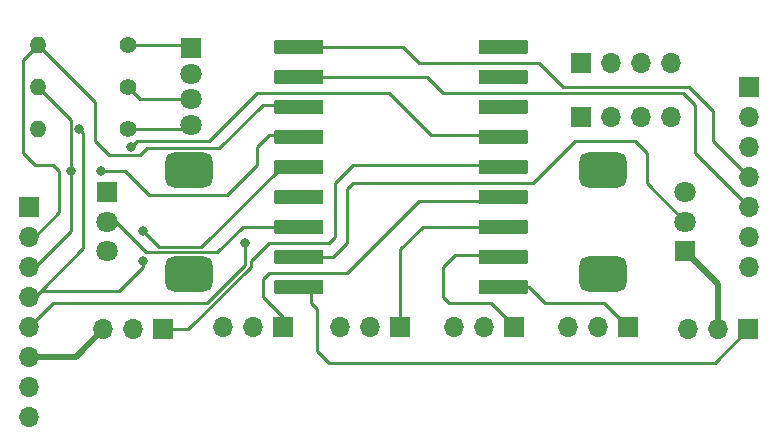
<source format=gtl>
G04 #@! TF.GenerationSoftware,KiCad,Pcbnew,7.0.5-0*
G04 #@! TF.CreationDate,2024-06-20T00:37:07-04:00*
G04 #@! TF.ProjectId,ESP32_MIDI,45535033-325f-44d4-9944-492e6b696361,rev?*
G04 #@! TF.SameCoordinates,Original*
G04 #@! TF.FileFunction,Copper,L1,Top*
G04 #@! TF.FilePolarity,Positive*
%FSLAX46Y46*%
G04 Gerber Fmt 4.6, Leading zero omitted, Abs format (unit mm)*
G04 Created by KiCad (PCBNEW 7.0.5-0) date 2024-06-20 00:37:07*
%MOMM*%
%LPD*%
G01*
G04 APERTURE LIST*
G04 Aperture macros list*
%AMRoundRect*
0 Rectangle with rounded corners*
0 $1 Rounding radius*
0 $2 $3 $4 $5 $6 $7 $8 $9 X,Y pos of 4 corners*
0 Add a 4 corners polygon primitive as box body*
4,1,4,$2,$3,$4,$5,$6,$7,$8,$9,$2,$3,0*
0 Add four circle primitives for the rounded corners*
1,1,$1+$1,$2,$3*
1,1,$1+$1,$4,$5*
1,1,$1+$1,$6,$7*
1,1,$1+$1,$8,$9*
0 Add four rect primitives between the rounded corners*
20,1,$1+$1,$2,$3,$4,$5,0*
20,1,$1+$1,$4,$5,$6,$7,0*
20,1,$1+$1,$6,$7,$8,$9,0*
20,1,$1+$1,$8,$9,$2,$3,0*%
%AMFreePoly0*
4,1,25,0.515063,3.095106,0.530902,3.095106,0.543715,3.085796,0.558779,3.080902,0.568088,3.068088,0.580902,3.058779,0.585796,3.043715,0.595106,3.030902,0.595106,3.015062,0.600000,3.000000,0.600000,-1.000000,-0.600000,-1.000000,-0.600000,3.000000,-0.595106,3.015062,-0.595106,3.030902,-0.585796,3.043715,-0.580902,3.058779,-0.568088,3.068088,-0.558779,3.080902,-0.543715,3.085796,
-0.530902,3.095106,-0.515063,3.095106,-0.500000,3.100000,0.500000,3.100000,0.515063,3.095106,0.515063,3.095106,$1*%
G04 Aperture macros list end*
G04 #@! TA.AperFunction,ComponentPad*
%ADD10R,1.700000X1.700000*%
G04 #@! TD*
G04 #@! TA.AperFunction,ComponentPad*
%ADD11O,1.700000X1.700000*%
G04 #@! TD*
G04 #@! TA.AperFunction,ComponentPad*
%ADD12C,1.400000*%
G04 #@! TD*
G04 #@! TA.AperFunction,ComponentPad*
%ADD13O,1.400000X1.400000*%
G04 #@! TD*
G04 #@! TA.AperFunction,ComponentPad*
%ADD14R,1.800000X1.800000*%
G04 #@! TD*
G04 #@! TA.AperFunction,ComponentPad*
%ADD15C,1.800000*%
G04 #@! TD*
G04 #@! TA.AperFunction,ComponentPad*
%ADD16FreePoly0,270.000000*%
G04 #@! TD*
G04 #@! TA.AperFunction,ComponentPad*
%ADD17FreePoly0,90.000000*%
G04 #@! TD*
G04 #@! TA.AperFunction,ComponentPad*
%ADD18RoundRect,0.750000X1.250000X0.750000X-1.250000X0.750000X-1.250000X-0.750000X1.250000X-0.750000X0*%
G04 #@! TD*
G04 #@! TA.AperFunction,ComponentPad*
%ADD19RoundRect,0.750000X-1.250000X-0.750000X1.250000X-0.750000X1.250000X0.750000X-1.250000X0.750000X0*%
G04 #@! TD*
G04 #@! TA.AperFunction,ViaPad*
%ADD20C,0.800000*%
G04 #@! TD*
G04 #@! TA.AperFunction,Conductor*
%ADD21C,0.250000*%
G04 #@! TD*
G04 #@! TA.AperFunction,Conductor*
%ADD22C,0.500000*%
G04 #@! TD*
G04 APERTURE END LIST*
D10*
X166116000Y-33020000D03*
D11*
X168656000Y-33020000D03*
X171196000Y-33020000D03*
X173736000Y-33020000D03*
D10*
X166116000Y-37670000D03*
D11*
X168656000Y-37670000D03*
X171196000Y-37670000D03*
X173736000Y-37670000D03*
D12*
X127762000Y-31496000D03*
D13*
X120142000Y-31496000D03*
D12*
X127762000Y-35052000D03*
D13*
X120142000Y-35052000D03*
D12*
X127762000Y-38608000D03*
D13*
X120142000Y-38608000D03*
D14*
X133096000Y-31812000D03*
D15*
X133096000Y-33971000D03*
X133096000Y-36130000D03*
X133096000Y-38289000D03*
D10*
X170165000Y-55372000D03*
D11*
X167625000Y-55372000D03*
X165085000Y-55372000D03*
D10*
X119380000Y-45212000D03*
D11*
X119380000Y-47752000D03*
X119380000Y-50292000D03*
X119380000Y-52832000D03*
X119380000Y-55372000D03*
X119380000Y-57912000D03*
X119380000Y-60452000D03*
X119380000Y-62992000D03*
D10*
X180340000Y-35052000D03*
D11*
X180340000Y-37592000D03*
X180340000Y-40132000D03*
X180340000Y-42672000D03*
X180340000Y-45212000D03*
X180340000Y-47752000D03*
X180340000Y-50292000D03*
X125715000Y-55569000D03*
X128255000Y-55569000D03*
D10*
X130795000Y-55569000D03*
D11*
X175245000Y-55569000D03*
X177785000Y-55569000D03*
D10*
X180325000Y-55569000D03*
X160513000Y-55372000D03*
D11*
X157973000Y-55372000D03*
X155433000Y-55372000D03*
D10*
X150861000Y-55372000D03*
D11*
X148321000Y-55372000D03*
X145781000Y-55372000D03*
D10*
X140955000Y-55372000D03*
D11*
X138415000Y-55372000D03*
X135875000Y-55372000D03*
D16*
X158562000Y-31668000D03*
X158562000Y-34208000D03*
X158562000Y-36748000D03*
X158562000Y-39288000D03*
X158562000Y-41828000D03*
X158562000Y-44368000D03*
X158562000Y-46908000D03*
X158562000Y-49448000D03*
X158562000Y-51988000D03*
D17*
X143322000Y-51988000D03*
X143322000Y-49448000D03*
X143322000Y-46908000D03*
X143322000Y-44368000D03*
X143322000Y-41828000D03*
X143322000Y-39288000D03*
X143322000Y-36748000D03*
X143322000Y-34208000D03*
X143322000Y-31668000D03*
D14*
X175000000Y-49000000D03*
D15*
X175000000Y-46500000D03*
X175000000Y-44000000D03*
D18*
X168000000Y-50900000D03*
X168000000Y-42100000D03*
D14*
X126000000Y-44000000D03*
D15*
X126000000Y-46500000D03*
X126000000Y-49000000D03*
D19*
X133000000Y-42100000D03*
X133000000Y-50900000D03*
D20*
X128016000Y-40132000D03*
X125476000Y-42164000D03*
X122936000Y-42164000D03*
X129032000Y-47244000D03*
X129032000Y-49784000D03*
X137668000Y-48260000D03*
X123660500Y-38608000D03*
D21*
X143150000Y-39116000D02*
X139700000Y-39116000D01*
X139700000Y-39116000D02*
X138684000Y-40132000D01*
X138684000Y-40132000D02*
X138684000Y-41656000D01*
X143322000Y-39288000D02*
X143150000Y-39116000D01*
X138684000Y-41656000D02*
X136144000Y-44196000D01*
X136144000Y-44196000D02*
X129540000Y-44196000D01*
X129540000Y-44196000D02*
X127508000Y-42164000D01*
X127508000Y-42164000D02*
X125476000Y-42164000D01*
X141431604Y-36748000D02*
X141259604Y-36576000D01*
X129397000Y-40275000D02*
X128815000Y-40857000D01*
X128815000Y-40857000D02*
X126201000Y-40857000D01*
X141259604Y-36576000D02*
X139192000Y-36576000D01*
X135493000Y-40275000D02*
X129397000Y-40275000D01*
X143322000Y-36748000D02*
X141431604Y-36748000D01*
X124968000Y-36322000D02*
X120142000Y-31496000D01*
X139192000Y-36576000D02*
X135493000Y-40275000D01*
X126201000Y-40857000D02*
X124968000Y-39624000D01*
X124968000Y-39624000D02*
X124968000Y-36322000D01*
X128016000Y-40132000D02*
X128524000Y-39624000D01*
X134620000Y-39624000D02*
X138684000Y-35560000D01*
X149860000Y-35560000D02*
X153416000Y-39116000D01*
X128524000Y-39624000D02*
X134620000Y-39624000D01*
X138684000Y-35560000D02*
X149860000Y-35560000D01*
X153416000Y-39116000D02*
X158390000Y-39116000D01*
X158390000Y-39116000D02*
X158562000Y-39288000D01*
X129032000Y-47244000D02*
X130397000Y-48609000D01*
X134017000Y-48609000D02*
X140798000Y-41828000D01*
X130397000Y-48609000D02*
X134017000Y-48609000D01*
X140798000Y-41828000D02*
X143322000Y-41828000D01*
X126000000Y-46500000D02*
X126764000Y-46500000D01*
X137496000Y-46908000D02*
X143322000Y-46908000D01*
X126764000Y-46500000D02*
X129323000Y-49059000D01*
X129323000Y-49059000D02*
X135345000Y-49059000D01*
X135345000Y-49059000D02*
X137496000Y-46908000D01*
X129032000Y-49784000D02*
X129032000Y-50292000D01*
X129032000Y-50292000D02*
X127000000Y-52324000D01*
X127000000Y-52324000D02*
X120396000Y-52324000D01*
X180340000Y-42672000D02*
X177292000Y-39624000D01*
X177292000Y-39624000D02*
X177292000Y-37084000D01*
X175260000Y-35052000D02*
X164592000Y-35052000D01*
X177292000Y-37084000D02*
X175260000Y-35052000D01*
X164592000Y-35052000D02*
X162560000Y-33020000D01*
X162560000Y-33020000D02*
X152400000Y-33020000D01*
X152400000Y-33020000D02*
X151048000Y-31668000D01*
X151048000Y-31668000D02*
X143322000Y-31668000D01*
X127762000Y-35052000D02*
X128840000Y-36130000D01*
X128840000Y-36130000D02*
X133096000Y-36130000D01*
X127762000Y-31496000D02*
X132780000Y-31496000D01*
X132780000Y-31496000D02*
X133096000Y-31812000D01*
X127762000Y-38608000D02*
X132777000Y-38608000D01*
X132777000Y-38608000D02*
X133096000Y-38289000D01*
D22*
X119380000Y-57912000D02*
X123372000Y-57912000D01*
X123372000Y-57912000D02*
X125715000Y-55569000D01*
D21*
X122936000Y-47244000D02*
X122936000Y-42164000D01*
X122936000Y-42164000D02*
X122936000Y-37846000D01*
X122936000Y-37846000D02*
X120142000Y-35052000D01*
X119888000Y-52832000D02*
X120396000Y-52324000D01*
X120396000Y-52324000D02*
X124016198Y-48703802D01*
X133604000Y-53340000D02*
X134491604Y-53340000D01*
X134491604Y-53340000D02*
X136587802Y-51243802D01*
X119380000Y-55372000D02*
X121412000Y-53340000D01*
X121412000Y-53340000D02*
X133604000Y-53340000D01*
X136587802Y-51243802D02*
X137668000Y-50163604D01*
X137668000Y-50163604D02*
X137668000Y-48260000D01*
X130795000Y-55569000D02*
X132899000Y-55569000D01*
X138176000Y-49784000D02*
X139700000Y-48260000D01*
X138176000Y-50292000D02*
X138176000Y-49784000D01*
X139700000Y-48260000D02*
X144780000Y-48260000D01*
X132899000Y-55569000D02*
X138176000Y-50292000D01*
X144780000Y-48260000D02*
X145288000Y-47752000D01*
X145288000Y-47752000D02*
X145288000Y-43180000D01*
X145288000Y-43180000D02*
X146812000Y-41656000D01*
X146812000Y-41656000D02*
X158390000Y-41656000D01*
X158390000Y-41656000D02*
X158562000Y-41828000D01*
X158226000Y-44704000D02*
X158562000Y-44368000D01*
X139192000Y-52832000D02*
X139192000Y-51308000D01*
X139192000Y-51308000D02*
X139700000Y-50800000D01*
X140955000Y-54595000D02*
X139192000Y-52832000D01*
X146304000Y-50800000D02*
X152400000Y-44704000D01*
X140955000Y-55372000D02*
X140955000Y-54595000D01*
X139700000Y-50800000D02*
X146304000Y-50800000D01*
X152400000Y-44704000D02*
X158226000Y-44704000D01*
X124016198Y-38963698D02*
X123660500Y-38608000D01*
X124016198Y-43533802D02*
X124016198Y-38963698D01*
X119888000Y-50292000D02*
X122936000Y-47244000D01*
X119888000Y-47752000D02*
X121984198Y-45655802D01*
X121984198Y-45655802D02*
X121984198Y-42228198D01*
X121984198Y-42228198D02*
X121412000Y-41656000D01*
X119888000Y-41656000D02*
X118872000Y-40640000D01*
X118872000Y-40640000D02*
X118872000Y-32766000D01*
X121412000Y-41656000D02*
X119888000Y-41656000D01*
X118872000Y-32766000D02*
X120142000Y-31496000D01*
X175000000Y-46500000D02*
X171704000Y-43204000D01*
X146304000Y-43688000D02*
X146304000Y-48260000D01*
X145116000Y-49448000D02*
X143322000Y-49448000D01*
X171704000Y-43204000D02*
X171704000Y-40640000D01*
X170688000Y-39624000D02*
X165608000Y-39624000D01*
X171704000Y-40640000D02*
X170688000Y-39624000D01*
X165608000Y-39624000D02*
X162052000Y-43180000D01*
X162052000Y-43180000D02*
X146812000Y-43180000D01*
X146812000Y-43180000D02*
X146304000Y-43688000D01*
X146304000Y-48260000D02*
X145116000Y-49448000D01*
X180325000Y-55569000D02*
X177474000Y-58420000D01*
X177474000Y-58420000D02*
X144780000Y-58420000D01*
X144780000Y-58420000D02*
X143764000Y-57404000D01*
X143764000Y-57404000D02*
X143764000Y-53848000D01*
X143764000Y-53848000D02*
X143322000Y-53406000D01*
X143322000Y-53406000D02*
X143322000Y-51988000D01*
X168133000Y-53340000D02*
X163068000Y-53340000D01*
X163068000Y-53340000D02*
X161716000Y-51988000D01*
X170165000Y-55372000D02*
X168133000Y-53340000D01*
X161716000Y-51988000D02*
X158562000Y-51988000D01*
X160513000Y-55372000D02*
X160513000Y-55357000D01*
X160513000Y-55357000D02*
X158496000Y-53340000D01*
X158496000Y-53340000D02*
X154940000Y-53340000D01*
X154940000Y-53340000D02*
X154432000Y-52832000D01*
X154432000Y-52832000D02*
X154432000Y-50292000D01*
X154432000Y-50292000D02*
X155448000Y-49276000D01*
X155448000Y-49276000D02*
X158390000Y-49276000D01*
X158390000Y-49276000D02*
X158562000Y-49448000D01*
X150861000Y-55372000D02*
X150861000Y-48783000D01*
X150861000Y-48783000D02*
X152736000Y-46908000D01*
X152736000Y-46908000D02*
X158562000Y-46908000D01*
X180340000Y-45212000D02*
X175768000Y-40640000D01*
X174752000Y-35560000D02*
X154432000Y-35560000D01*
X175768000Y-36576000D02*
X174752000Y-35560000D01*
X175768000Y-40640000D02*
X175768000Y-36576000D01*
X154432000Y-35560000D02*
X153080000Y-34208000D01*
X153080000Y-34208000D02*
X143322000Y-34208000D01*
X124016198Y-48703802D02*
X124016198Y-43533802D01*
X143150000Y-36576000D02*
X143322000Y-36748000D01*
D22*
X177785000Y-55569000D02*
X177785000Y-51785000D01*
X177785000Y-51785000D02*
X175000000Y-49000000D01*
M02*

</source>
